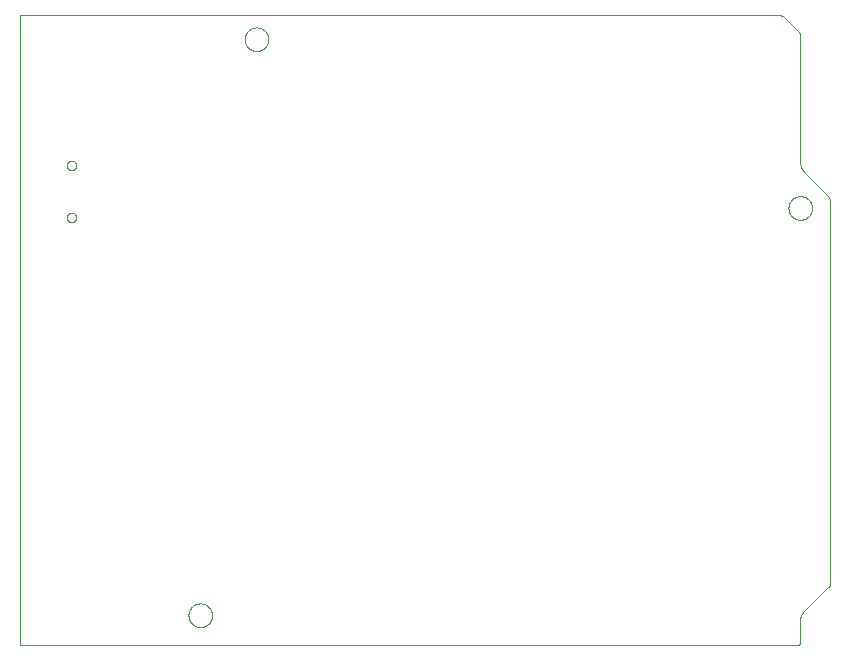
<source format=gbp>
G75*
%MOIN*%
%OFA0B0*%
%FSLAX25Y25*%
%IPPOS*%
%LPD*%
%AMOC8*
5,1,8,0,0,1.08239X$1,22.5*
%
%ADD10C,0.00000*%
D10*
X0026130Y0004800D02*
X0026130Y0214800D01*
X0279204Y0214800D01*
X0280785Y0214145D02*
X0285716Y0209214D01*
X0286130Y0208214D02*
X0286130Y0165912D01*
X0286132Y0165774D01*
X0286137Y0165636D01*
X0286147Y0165498D01*
X0286160Y0165361D01*
X0286177Y0165224D01*
X0286197Y0165087D01*
X0286221Y0164951D01*
X0286249Y0164816D01*
X0286281Y0164681D01*
X0286316Y0164548D01*
X0286355Y0164415D01*
X0286397Y0164284D01*
X0286443Y0164154D01*
X0286492Y0164025D01*
X0286545Y0163897D01*
X0286601Y0163771D01*
X0286661Y0163646D01*
X0286724Y0163524D01*
X0286790Y0163402D01*
X0286860Y0163283D01*
X0286933Y0163166D01*
X0287009Y0163051D01*
X0287088Y0162937D01*
X0287170Y0162826D01*
X0287255Y0162717D01*
X0287343Y0162611D01*
X0287434Y0162507D01*
X0287527Y0162405D01*
X0287623Y0162306D01*
X0287623Y0162307D02*
X0295204Y0154726D01*
X0296130Y0152490D02*
X0296130Y0025628D01*
X0295544Y0024214D02*
X0287056Y0015726D01*
X0286130Y0013490D02*
X0286130Y0005800D01*
X0286128Y0005740D01*
X0286123Y0005679D01*
X0286114Y0005620D01*
X0286101Y0005561D01*
X0286085Y0005502D01*
X0286065Y0005445D01*
X0286042Y0005390D01*
X0286015Y0005335D01*
X0285986Y0005283D01*
X0285953Y0005232D01*
X0285917Y0005183D01*
X0285879Y0005137D01*
X0285837Y0005093D01*
X0285793Y0005051D01*
X0285747Y0005013D01*
X0285698Y0004977D01*
X0285647Y0004944D01*
X0285595Y0004915D01*
X0285540Y0004888D01*
X0285485Y0004865D01*
X0285428Y0004845D01*
X0285369Y0004829D01*
X0285310Y0004816D01*
X0285251Y0004807D01*
X0285190Y0004802D01*
X0285130Y0004800D01*
X0026130Y0004800D01*
X0082193Y0014800D02*
X0082195Y0014925D01*
X0082201Y0015050D01*
X0082211Y0015174D01*
X0082225Y0015298D01*
X0082242Y0015422D01*
X0082264Y0015545D01*
X0082290Y0015667D01*
X0082319Y0015789D01*
X0082352Y0015909D01*
X0082390Y0016028D01*
X0082430Y0016147D01*
X0082475Y0016263D01*
X0082523Y0016378D01*
X0082575Y0016492D01*
X0082631Y0016604D01*
X0082690Y0016714D01*
X0082752Y0016822D01*
X0082818Y0016929D01*
X0082887Y0017033D01*
X0082960Y0017134D01*
X0083035Y0017234D01*
X0083114Y0017331D01*
X0083196Y0017425D01*
X0083281Y0017517D01*
X0083368Y0017606D01*
X0083459Y0017692D01*
X0083552Y0017775D01*
X0083648Y0017856D01*
X0083746Y0017933D01*
X0083846Y0018007D01*
X0083949Y0018078D01*
X0084054Y0018145D01*
X0084162Y0018210D01*
X0084271Y0018270D01*
X0084382Y0018328D01*
X0084495Y0018381D01*
X0084609Y0018431D01*
X0084725Y0018478D01*
X0084842Y0018520D01*
X0084961Y0018559D01*
X0085081Y0018595D01*
X0085202Y0018626D01*
X0085324Y0018654D01*
X0085446Y0018677D01*
X0085570Y0018697D01*
X0085694Y0018713D01*
X0085818Y0018725D01*
X0085943Y0018733D01*
X0086068Y0018737D01*
X0086192Y0018737D01*
X0086317Y0018733D01*
X0086442Y0018725D01*
X0086566Y0018713D01*
X0086690Y0018697D01*
X0086814Y0018677D01*
X0086936Y0018654D01*
X0087058Y0018626D01*
X0087179Y0018595D01*
X0087299Y0018559D01*
X0087418Y0018520D01*
X0087535Y0018478D01*
X0087651Y0018431D01*
X0087765Y0018381D01*
X0087878Y0018328D01*
X0087989Y0018270D01*
X0088099Y0018210D01*
X0088206Y0018145D01*
X0088311Y0018078D01*
X0088414Y0018007D01*
X0088514Y0017933D01*
X0088612Y0017856D01*
X0088708Y0017775D01*
X0088801Y0017692D01*
X0088892Y0017606D01*
X0088979Y0017517D01*
X0089064Y0017425D01*
X0089146Y0017331D01*
X0089225Y0017234D01*
X0089300Y0017134D01*
X0089373Y0017033D01*
X0089442Y0016929D01*
X0089508Y0016822D01*
X0089570Y0016714D01*
X0089629Y0016604D01*
X0089685Y0016492D01*
X0089737Y0016378D01*
X0089785Y0016263D01*
X0089830Y0016147D01*
X0089870Y0016028D01*
X0089908Y0015909D01*
X0089941Y0015789D01*
X0089970Y0015667D01*
X0089996Y0015545D01*
X0090018Y0015422D01*
X0090035Y0015298D01*
X0090049Y0015174D01*
X0090059Y0015050D01*
X0090065Y0014925D01*
X0090067Y0014800D01*
X0090065Y0014675D01*
X0090059Y0014550D01*
X0090049Y0014426D01*
X0090035Y0014302D01*
X0090018Y0014178D01*
X0089996Y0014055D01*
X0089970Y0013933D01*
X0089941Y0013811D01*
X0089908Y0013691D01*
X0089870Y0013572D01*
X0089830Y0013453D01*
X0089785Y0013337D01*
X0089737Y0013222D01*
X0089685Y0013108D01*
X0089629Y0012996D01*
X0089570Y0012886D01*
X0089508Y0012778D01*
X0089442Y0012671D01*
X0089373Y0012567D01*
X0089300Y0012466D01*
X0089225Y0012366D01*
X0089146Y0012269D01*
X0089064Y0012175D01*
X0088979Y0012083D01*
X0088892Y0011994D01*
X0088801Y0011908D01*
X0088708Y0011825D01*
X0088612Y0011744D01*
X0088514Y0011667D01*
X0088414Y0011593D01*
X0088311Y0011522D01*
X0088206Y0011455D01*
X0088098Y0011390D01*
X0087989Y0011330D01*
X0087878Y0011272D01*
X0087765Y0011219D01*
X0087651Y0011169D01*
X0087535Y0011122D01*
X0087418Y0011080D01*
X0087299Y0011041D01*
X0087179Y0011005D01*
X0087058Y0010974D01*
X0086936Y0010946D01*
X0086814Y0010923D01*
X0086690Y0010903D01*
X0086566Y0010887D01*
X0086442Y0010875D01*
X0086317Y0010867D01*
X0086192Y0010863D01*
X0086068Y0010863D01*
X0085943Y0010867D01*
X0085818Y0010875D01*
X0085694Y0010887D01*
X0085570Y0010903D01*
X0085446Y0010923D01*
X0085324Y0010946D01*
X0085202Y0010974D01*
X0085081Y0011005D01*
X0084961Y0011041D01*
X0084842Y0011080D01*
X0084725Y0011122D01*
X0084609Y0011169D01*
X0084495Y0011219D01*
X0084382Y0011272D01*
X0084271Y0011330D01*
X0084161Y0011390D01*
X0084054Y0011455D01*
X0083949Y0011522D01*
X0083846Y0011593D01*
X0083746Y0011667D01*
X0083648Y0011744D01*
X0083552Y0011825D01*
X0083459Y0011908D01*
X0083368Y0011994D01*
X0083281Y0012083D01*
X0083196Y0012175D01*
X0083114Y0012269D01*
X0083035Y0012366D01*
X0082960Y0012466D01*
X0082887Y0012567D01*
X0082818Y0012671D01*
X0082752Y0012778D01*
X0082690Y0012886D01*
X0082631Y0012996D01*
X0082575Y0013108D01*
X0082523Y0013222D01*
X0082475Y0013337D01*
X0082430Y0013453D01*
X0082390Y0013572D01*
X0082352Y0013691D01*
X0082319Y0013811D01*
X0082290Y0013933D01*
X0082264Y0014055D01*
X0082242Y0014178D01*
X0082225Y0014302D01*
X0082211Y0014426D01*
X0082201Y0014550D01*
X0082195Y0014675D01*
X0082193Y0014800D01*
X0041613Y0147438D02*
X0041615Y0147518D01*
X0041621Y0147597D01*
X0041631Y0147676D01*
X0041645Y0147755D01*
X0041662Y0147833D01*
X0041684Y0147910D01*
X0041709Y0147985D01*
X0041739Y0148059D01*
X0041771Y0148132D01*
X0041808Y0148203D01*
X0041848Y0148272D01*
X0041891Y0148339D01*
X0041938Y0148404D01*
X0041987Y0148466D01*
X0042040Y0148526D01*
X0042096Y0148583D01*
X0042154Y0148638D01*
X0042215Y0148689D01*
X0042279Y0148737D01*
X0042345Y0148782D01*
X0042413Y0148824D01*
X0042483Y0148862D01*
X0042555Y0148896D01*
X0042628Y0148927D01*
X0042703Y0148955D01*
X0042780Y0148978D01*
X0042857Y0148998D01*
X0042935Y0149014D01*
X0043014Y0149026D01*
X0043093Y0149034D01*
X0043173Y0149038D01*
X0043253Y0149038D01*
X0043333Y0149034D01*
X0043412Y0149026D01*
X0043491Y0149014D01*
X0043569Y0148998D01*
X0043646Y0148978D01*
X0043723Y0148955D01*
X0043798Y0148927D01*
X0043871Y0148896D01*
X0043943Y0148862D01*
X0044013Y0148824D01*
X0044081Y0148782D01*
X0044147Y0148737D01*
X0044211Y0148689D01*
X0044272Y0148638D01*
X0044330Y0148583D01*
X0044386Y0148526D01*
X0044439Y0148466D01*
X0044488Y0148404D01*
X0044535Y0148339D01*
X0044578Y0148272D01*
X0044618Y0148203D01*
X0044655Y0148132D01*
X0044687Y0148059D01*
X0044717Y0147985D01*
X0044742Y0147910D01*
X0044764Y0147833D01*
X0044781Y0147755D01*
X0044795Y0147676D01*
X0044805Y0147597D01*
X0044811Y0147518D01*
X0044813Y0147438D01*
X0044811Y0147358D01*
X0044805Y0147279D01*
X0044795Y0147200D01*
X0044781Y0147121D01*
X0044764Y0147043D01*
X0044742Y0146966D01*
X0044717Y0146891D01*
X0044687Y0146817D01*
X0044655Y0146744D01*
X0044618Y0146673D01*
X0044578Y0146604D01*
X0044535Y0146537D01*
X0044488Y0146472D01*
X0044439Y0146410D01*
X0044386Y0146350D01*
X0044330Y0146293D01*
X0044272Y0146238D01*
X0044211Y0146187D01*
X0044147Y0146139D01*
X0044081Y0146094D01*
X0044013Y0146052D01*
X0043943Y0146014D01*
X0043871Y0145980D01*
X0043798Y0145949D01*
X0043723Y0145921D01*
X0043646Y0145898D01*
X0043569Y0145878D01*
X0043491Y0145862D01*
X0043412Y0145850D01*
X0043333Y0145842D01*
X0043253Y0145838D01*
X0043173Y0145838D01*
X0043093Y0145842D01*
X0043014Y0145850D01*
X0042935Y0145862D01*
X0042857Y0145878D01*
X0042780Y0145898D01*
X0042703Y0145921D01*
X0042628Y0145949D01*
X0042555Y0145980D01*
X0042483Y0146014D01*
X0042413Y0146052D01*
X0042345Y0146094D01*
X0042279Y0146139D01*
X0042215Y0146187D01*
X0042154Y0146238D01*
X0042096Y0146293D01*
X0042040Y0146350D01*
X0041987Y0146410D01*
X0041938Y0146472D01*
X0041891Y0146537D01*
X0041848Y0146604D01*
X0041808Y0146673D01*
X0041771Y0146744D01*
X0041739Y0146817D01*
X0041709Y0146891D01*
X0041684Y0146966D01*
X0041662Y0147043D01*
X0041645Y0147121D01*
X0041631Y0147200D01*
X0041621Y0147279D01*
X0041615Y0147358D01*
X0041613Y0147438D01*
X0041613Y0164761D02*
X0041615Y0164841D01*
X0041621Y0164920D01*
X0041631Y0164999D01*
X0041645Y0165078D01*
X0041662Y0165156D01*
X0041684Y0165233D01*
X0041709Y0165308D01*
X0041739Y0165382D01*
X0041771Y0165455D01*
X0041808Y0165526D01*
X0041848Y0165595D01*
X0041891Y0165662D01*
X0041938Y0165727D01*
X0041987Y0165789D01*
X0042040Y0165849D01*
X0042096Y0165906D01*
X0042154Y0165961D01*
X0042215Y0166012D01*
X0042279Y0166060D01*
X0042345Y0166105D01*
X0042413Y0166147D01*
X0042483Y0166185D01*
X0042555Y0166219D01*
X0042628Y0166250D01*
X0042703Y0166278D01*
X0042780Y0166301D01*
X0042857Y0166321D01*
X0042935Y0166337D01*
X0043014Y0166349D01*
X0043093Y0166357D01*
X0043173Y0166361D01*
X0043253Y0166361D01*
X0043333Y0166357D01*
X0043412Y0166349D01*
X0043491Y0166337D01*
X0043569Y0166321D01*
X0043646Y0166301D01*
X0043723Y0166278D01*
X0043798Y0166250D01*
X0043871Y0166219D01*
X0043943Y0166185D01*
X0044013Y0166147D01*
X0044081Y0166105D01*
X0044147Y0166060D01*
X0044211Y0166012D01*
X0044272Y0165961D01*
X0044330Y0165906D01*
X0044386Y0165849D01*
X0044439Y0165789D01*
X0044488Y0165727D01*
X0044535Y0165662D01*
X0044578Y0165595D01*
X0044618Y0165526D01*
X0044655Y0165455D01*
X0044687Y0165382D01*
X0044717Y0165308D01*
X0044742Y0165233D01*
X0044764Y0165156D01*
X0044781Y0165078D01*
X0044795Y0164999D01*
X0044805Y0164920D01*
X0044811Y0164841D01*
X0044813Y0164761D01*
X0044811Y0164681D01*
X0044805Y0164602D01*
X0044795Y0164523D01*
X0044781Y0164444D01*
X0044764Y0164366D01*
X0044742Y0164289D01*
X0044717Y0164214D01*
X0044687Y0164140D01*
X0044655Y0164067D01*
X0044618Y0163996D01*
X0044578Y0163927D01*
X0044535Y0163860D01*
X0044488Y0163795D01*
X0044439Y0163733D01*
X0044386Y0163673D01*
X0044330Y0163616D01*
X0044272Y0163561D01*
X0044211Y0163510D01*
X0044147Y0163462D01*
X0044081Y0163417D01*
X0044013Y0163375D01*
X0043943Y0163337D01*
X0043871Y0163303D01*
X0043798Y0163272D01*
X0043723Y0163244D01*
X0043646Y0163221D01*
X0043569Y0163201D01*
X0043491Y0163185D01*
X0043412Y0163173D01*
X0043333Y0163165D01*
X0043253Y0163161D01*
X0043173Y0163161D01*
X0043093Y0163165D01*
X0043014Y0163173D01*
X0042935Y0163185D01*
X0042857Y0163201D01*
X0042780Y0163221D01*
X0042703Y0163244D01*
X0042628Y0163272D01*
X0042555Y0163303D01*
X0042483Y0163337D01*
X0042413Y0163375D01*
X0042345Y0163417D01*
X0042279Y0163462D01*
X0042215Y0163510D01*
X0042154Y0163561D01*
X0042096Y0163616D01*
X0042040Y0163673D01*
X0041987Y0163733D01*
X0041938Y0163795D01*
X0041891Y0163860D01*
X0041848Y0163927D01*
X0041808Y0163996D01*
X0041771Y0164067D01*
X0041739Y0164140D01*
X0041709Y0164214D01*
X0041684Y0164289D01*
X0041662Y0164366D01*
X0041645Y0164444D01*
X0041631Y0164523D01*
X0041621Y0164602D01*
X0041615Y0164681D01*
X0041613Y0164761D01*
X0100943Y0206800D02*
X0100945Y0206925D01*
X0100951Y0207050D01*
X0100961Y0207174D01*
X0100975Y0207298D01*
X0100992Y0207422D01*
X0101014Y0207545D01*
X0101040Y0207667D01*
X0101069Y0207789D01*
X0101102Y0207909D01*
X0101140Y0208028D01*
X0101180Y0208147D01*
X0101225Y0208263D01*
X0101273Y0208378D01*
X0101325Y0208492D01*
X0101381Y0208604D01*
X0101440Y0208714D01*
X0101502Y0208822D01*
X0101568Y0208929D01*
X0101637Y0209033D01*
X0101710Y0209134D01*
X0101785Y0209234D01*
X0101864Y0209331D01*
X0101946Y0209425D01*
X0102031Y0209517D01*
X0102118Y0209606D01*
X0102209Y0209692D01*
X0102302Y0209775D01*
X0102398Y0209856D01*
X0102496Y0209933D01*
X0102596Y0210007D01*
X0102699Y0210078D01*
X0102804Y0210145D01*
X0102912Y0210210D01*
X0103021Y0210270D01*
X0103132Y0210328D01*
X0103245Y0210381D01*
X0103359Y0210431D01*
X0103475Y0210478D01*
X0103592Y0210520D01*
X0103711Y0210559D01*
X0103831Y0210595D01*
X0103952Y0210626D01*
X0104074Y0210654D01*
X0104196Y0210677D01*
X0104320Y0210697D01*
X0104444Y0210713D01*
X0104568Y0210725D01*
X0104693Y0210733D01*
X0104818Y0210737D01*
X0104942Y0210737D01*
X0105067Y0210733D01*
X0105192Y0210725D01*
X0105316Y0210713D01*
X0105440Y0210697D01*
X0105564Y0210677D01*
X0105686Y0210654D01*
X0105808Y0210626D01*
X0105929Y0210595D01*
X0106049Y0210559D01*
X0106168Y0210520D01*
X0106285Y0210478D01*
X0106401Y0210431D01*
X0106515Y0210381D01*
X0106628Y0210328D01*
X0106739Y0210270D01*
X0106849Y0210210D01*
X0106956Y0210145D01*
X0107061Y0210078D01*
X0107164Y0210007D01*
X0107264Y0209933D01*
X0107362Y0209856D01*
X0107458Y0209775D01*
X0107551Y0209692D01*
X0107642Y0209606D01*
X0107729Y0209517D01*
X0107814Y0209425D01*
X0107896Y0209331D01*
X0107975Y0209234D01*
X0108050Y0209134D01*
X0108123Y0209033D01*
X0108192Y0208929D01*
X0108258Y0208822D01*
X0108320Y0208714D01*
X0108379Y0208604D01*
X0108435Y0208492D01*
X0108487Y0208378D01*
X0108535Y0208263D01*
X0108580Y0208147D01*
X0108620Y0208028D01*
X0108658Y0207909D01*
X0108691Y0207789D01*
X0108720Y0207667D01*
X0108746Y0207545D01*
X0108768Y0207422D01*
X0108785Y0207298D01*
X0108799Y0207174D01*
X0108809Y0207050D01*
X0108815Y0206925D01*
X0108817Y0206800D01*
X0108815Y0206675D01*
X0108809Y0206550D01*
X0108799Y0206426D01*
X0108785Y0206302D01*
X0108768Y0206178D01*
X0108746Y0206055D01*
X0108720Y0205933D01*
X0108691Y0205811D01*
X0108658Y0205691D01*
X0108620Y0205572D01*
X0108580Y0205453D01*
X0108535Y0205337D01*
X0108487Y0205222D01*
X0108435Y0205108D01*
X0108379Y0204996D01*
X0108320Y0204886D01*
X0108258Y0204778D01*
X0108192Y0204671D01*
X0108123Y0204567D01*
X0108050Y0204466D01*
X0107975Y0204366D01*
X0107896Y0204269D01*
X0107814Y0204175D01*
X0107729Y0204083D01*
X0107642Y0203994D01*
X0107551Y0203908D01*
X0107458Y0203825D01*
X0107362Y0203744D01*
X0107264Y0203667D01*
X0107164Y0203593D01*
X0107061Y0203522D01*
X0106956Y0203455D01*
X0106848Y0203390D01*
X0106739Y0203330D01*
X0106628Y0203272D01*
X0106515Y0203219D01*
X0106401Y0203169D01*
X0106285Y0203122D01*
X0106168Y0203080D01*
X0106049Y0203041D01*
X0105929Y0203005D01*
X0105808Y0202974D01*
X0105686Y0202946D01*
X0105564Y0202923D01*
X0105440Y0202903D01*
X0105316Y0202887D01*
X0105192Y0202875D01*
X0105067Y0202867D01*
X0104942Y0202863D01*
X0104818Y0202863D01*
X0104693Y0202867D01*
X0104568Y0202875D01*
X0104444Y0202887D01*
X0104320Y0202903D01*
X0104196Y0202923D01*
X0104074Y0202946D01*
X0103952Y0202974D01*
X0103831Y0203005D01*
X0103711Y0203041D01*
X0103592Y0203080D01*
X0103475Y0203122D01*
X0103359Y0203169D01*
X0103245Y0203219D01*
X0103132Y0203272D01*
X0103021Y0203330D01*
X0102911Y0203390D01*
X0102804Y0203455D01*
X0102699Y0203522D01*
X0102596Y0203593D01*
X0102496Y0203667D01*
X0102398Y0203744D01*
X0102302Y0203825D01*
X0102209Y0203908D01*
X0102118Y0203994D01*
X0102031Y0204083D01*
X0101946Y0204175D01*
X0101864Y0204269D01*
X0101785Y0204366D01*
X0101710Y0204466D01*
X0101637Y0204567D01*
X0101568Y0204671D01*
X0101502Y0204778D01*
X0101440Y0204886D01*
X0101381Y0204996D01*
X0101325Y0205108D01*
X0101273Y0205222D01*
X0101225Y0205337D01*
X0101180Y0205453D01*
X0101140Y0205572D01*
X0101102Y0205691D01*
X0101069Y0205811D01*
X0101040Y0205933D01*
X0101014Y0206055D01*
X0100992Y0206178D01*
X0100975Y0206302D01*
X0100961Y0206426D01*
X0100951Y0206550D01*
X0100945Y0206675D01*
X0100943Y0206800D01*
X0279204Y0214800D02*
X0279296Y0214798D01*
X0279389Y0214792D01*
X0279481Y0214783D01*
X0279572Y0214770D01*
X0279663Y0214752D01*
X0279753Y0214732D01*
X0279842Y0214707D01*
X0279930Y0214679D01*
X0280017Y0214647D01*
X0280102Y0214612D01*
X0280186Y0214573D01*
X0280268Y0214531D01*
X0280349Y0214485D01*
X0280427Y0214436D01*
X0280503Y0214384D01*
X0280577Y0214329D01*
X0280649Y0214270D01*
X0280718Y0214209D01*
X0280785Y0214145D01*
X0285716Y0209214D02*
X0285767Y0209160D01*
X0285815Y0209104D01*
X0285860Y0209045D01*
X0285902Y0208984D01*
X0285941Y0208921D01*
X0285976Y0208856D01*
X0286008Y0208789D01*
X0286036Y0208721D01*
X0286061Y0208651D01*
X0286082Y0208580D01*
X0286099Y0208508D01*
X0286113Y0208435D01*
X0286122Y0208362D01*
X0286128Y0208288D01*
X0286130Y0208214D01*
X0295204Y0154726D02*
X0295279Y0154648D01*
X0295351Y0154568D01*
X0295421Y0154485D01*
X0295487Y0154401D01*
X0295551Y0154313D01*
X0295612Y0154224D01*
X0295670Y0154133D01*
X0295724Y0154040D01*
X0295775Y0153945D01*
X0295824Y0153848D01*
X0295868Y0153750D01*
X0295910Y0153650D01*
X0295947Y0153549D01*
X0295982Y0153447D01*
X0296013Y0153343D01*
X0296040Y0153239D01*
X0296064Y0153133D01*
X0296084Y0153027D01*
X0296101Y0152921D01*
X0296113Y0152813D01*
X0296123Y0152706D01*
X0296128Y0152598D01*
X0296130Y0152490D01*
X0282193Y0150550D02*
X0282195Y0150675D01*
X0282201Y0150800D01*
X0282211Y0150924D01*
X0282225Y0151048D01*
X0282242Y0151172D01*
X0282264Y0151295D01*
X0282290Y0151417D01*
X0282319Y0151539D01*
X0282352Y0151659D01*
X0282390Y0151778D01*
X0282430Y0151897D01*
X0282475Y0152013D01*
X0282523Y0152128D01*
X0282575Y0152242D01*
X0282631Y0152354D01*
X0282690Y0152464D01*
X0282752Y0152572D01*
X0282818Y0152679D01*
X0282887Y0152783D01*
X0282960Y0152884D01*
X0283035Y0152984D01*
X0283114Y0153081D01*
X0283196Y0153175D01*
X0283281Y0153267D01*
X0283368Y0153356D01*
X0283459Y0153442D01*
X0283552Y0153525D01*
X0283648Y0153606D01*
X0283746Y0153683D01*
X0283846Y0153757D01*
X0283949Y0153828D01*
X0284054Y0153895D01*
X0284162Y0153960D01*
X0284271Y0154020D01*
X0284382Y0154078D01*
X0284495Y0154131D01*
X0284609Y0154181D01*
X0284725Y0154228D01*
X0284842Y0154270D01*
X0284961Y0154309D01*
X0285081Y0154345D01*
X0285202Y0154376D01*
X0285324Y0154404D01*
X0285446Y0154427D01*
X0285570Y0154447D01*
X0285694Y0154463D01*
X0285818Y0154475D01*
X0285943Y0154483D01*
X0286068Y0154487D01*
X0286192Y0154487D01*
X0286317Y0154483D01*
X0286442Y0154475D01*
X0286566Y0154463D01*
X0286690Y0154447D01*
X0286814Y0154427D01*
X0286936Y0154404D01*
X0287058Y0154376D01*
X0287179Y0154345D01*
X0287299Y0154309D01*
X0287418Y0154270D01*
X0287535Y0154228D01*
X0287651Y0154181D01*
X0287765Y0154131D01*
X0287878Y0154078D01*
X0287989Y0154020D01*
X0288099Y0153960D01*
X0288206Y0153895D01*
X0288311Y0153828D01*
X0288414Y0153757D01*
X0288514Y0153683D01*
X0288612Y0153606D01*
X0288708Y0153525D01*
X0288801Y0153442D01*
X0288892Y0153356D01*
X0288979Y0153267D01*
X0289064Y0153175D01*
X0289146Y0153081D01*
X0289225Y0152984D01*
X0289300Y0152884D01*
X0289373Y0152783D01*
X0289442Y0152679D01*
X0289508Y0152572D01*
X0289570Y0152464D01*
X0289629Y0152354D01*
X0289685Y0152242D01*
X0289737Y0152128D01*
X0289785Y0152013D01*
X0289830Y0151897D01*
X0289870Y0151778D01*
X0289908Y0151659D01*
X0289941Y0151539D01*
X0289970Y0151417D01*
X0289996Y0151295D01*
X0290018Y0151172D01*
X0290035Y0151048D01*
X0290049Y0150924D01*
X0290059Y0150800D01*
X0290065Y0150675D01*
X0290067Y0150550D01*
X0290065Y0150425D01*
X0290059Y0150300D01*
X0290049Y0150176D01*
X0290035Y0150052D01*
X0290018Y0149928D01*
X0289996Y0149805D01*
X0289970Y0149683D01*
X0289941Y0149561D01*
X0289908Y0149441D01*
X0289870Y0149322D01*
X0289830Y0149203D01*
X0289785Y0149087D01*
X0289737Y0148972D01*
X0289685Y0148858D01*
X0289629Y0148746D01*
X0289570Y0148636D01*
X0289508Y0148528D01*
X0289442Y0148421D01*
X0289373Y0148317D01*
X0289300Y0148216D01*
X0289225Y0148116D01*
X0289146Y0148019D01*
X0289064Y0147925D01*
X0288979Y0147833D01*
X0288892Y0147744D01*
X0288801Y0147658D01*
X0288708Y0147575D01*
X0288612Y0147494D01*
X0288514Y0147417D01*
X0288414Y0147343D01*
X0288311Y0147272D01*
X0288206Y0147205D01*
X0288098Y0147140D01*
X0287989Y0147080D01*
X0287878Y0147022D01*
X0287765Y0146969D01*
X0287651Y0146919D01*
X0287535Y0146872D01*
X0287418Y0146830D01*
X0287299Y0146791D01*
X0287179Y0146755D01*
X0287058Y0146724D01*
X0286936Y0146696D01*
X0286814Y0146673D01*
X0286690Y0146653D01*
X0286566Y0146637D01*
X0286442Y0146625D01*
X0286317Y0146617D01*
X0286192Y0146613D01*
X0286068Y0146613D01*
X0285943Y0146617D01*
X0285818Y0146625D01*
X0285694Y0146637D01*
X0285570Y0146653D01*
X0285446Y0146673D01*
X0285324Y0146696D01*
X0285202Y0146724D01*
X0285081Y0146755D01*
X0284961Y0146791D01*
X0284842Y0146830D01*
X0284725Y0146872D01*
X0284609Y0146919D01*
X0284495Y0146969D01*
X0284382Y0147022D01*
X0284271Y0147080D01*
X0284161Y0147140D01*
X0284054Y0147205D01*
X0283949Y0147272D01*
X0283846Y0147343D01*
X0283746Y0147417D01*
X0283648Y0147494D01*
X0283552Y0147575D01*
X0283459Y0147658D01*
X0283368Y0147744D01*
X0283281Y0147833D01*
X0283196Y0147925D01*
X0283114Y0148019D01*
X0283035Y0148116D01*
X0282960Y0148216D01*
X0282887Y0148317D01*
X0282818Y0148421D01*
X0282752Y0148528D01*
X0282690Y0148636D01*
X0282631Y0148746D01*
X0282575Y0148858D01*
X0282523Y0148972D01*
X0282475Y0149087D01*
X0282430Y0149203D01*
X0282390Y0149322D01*
X0282352Y0149441D01*
X0282319Y0149561D01*
X0282290Y0149683D01*
X0282264Y0149805D01*
X0282242Y0149928D01*
X0282225Y0150052D01*
X0282211Y0150176D01*
X0282201Y0150300D01*
X0282195Y0150425D01*
X0282193Y0150550D01*
X0296130Y0025628D02*
X0296128Y0025541D01*
X0296122Y0025454D01*
X0296113Y0025367D01*
X0296100Y0025281D01*
X0296083Y0025195D01*
X0296062Y0025110D01*
X0296037Y0025027D01*
X0296009Y0024944D01*
X0295978Y0024863D01*
X0295943Y0024783D01*
X0295904Y0024705D01*
X0295862Y0024628D01*
X0295817Y0024553D01*
X0295768Y0024481D01*
X0295717Y0024410D01*
X0295662Y0024342D01*
X0295605Y0024277D01*
X0295544Y0024214D01*
X0287056Y0015726D02*
X0286981Y0015648D01*
X0286909Y0015568D01*
X0286839Y0015485D01*
X0286773Y0015401D01*
X0286709Y0015313D01*
X0286648Y0015224D01*
X0286590Y0015133D01*
X0286536Y0015040D01*
X0286485Y0014945D01*
X0286436Y0014848D01*
X0286392Y0014750D01*
X0286350Y0014650D01*
X0286313Y0014549D01*
X0286278Y0014447D01*
X0286247Y0014343D01*
X0286220Y0014239D01*
X0286196Y0014133D01*
X0286176Y0014027D01*
X0286159Y0013921D01*
X0286147Y0013813D01*
X0286137Y0013706D01*
X0286132Y0013598D01*
X0286130Y0013490D01*
M02*

</source>
